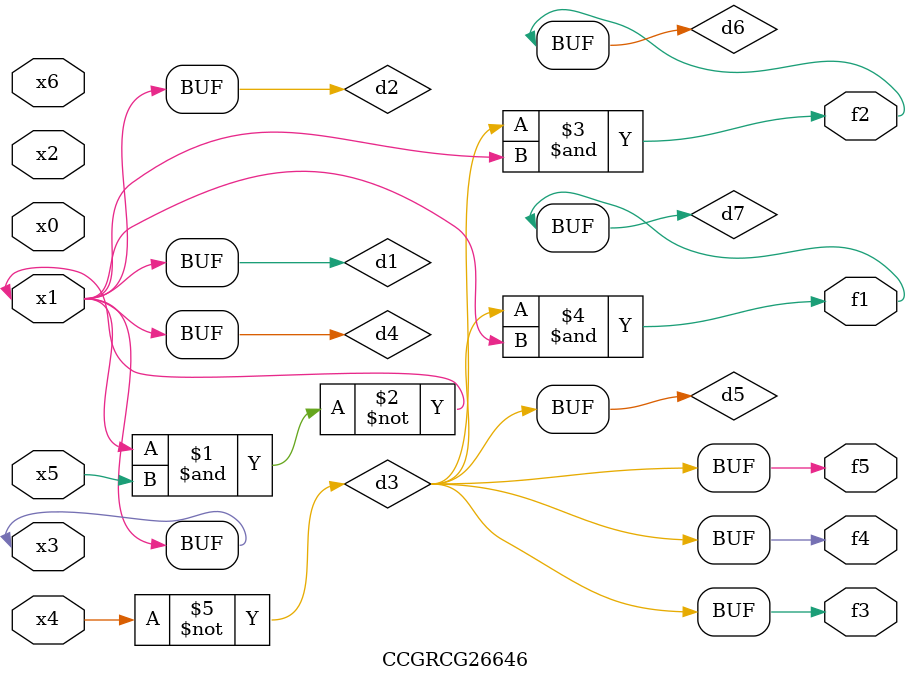
<source format=v>
module CCGRCG26646(
	input x0, x1, x2, x3, x4, x5, x6,
	output f1, f2, f3, f4, f5
);

	wire d1, d2, d3, d4, d5, d6, d7;

	buf (d1, x1, x3);
	nand (d2, x1, x5);
	not (d3, x4);
	buf (d4, d1, d2);
	buf (d5, d3);
	and (d6, d3, d4);
	and (d7, d3, d4);
	assign f1 = d7;
	assign f2 = d6;
	assign f3 = d5;
	assign f4 = d5;
	assign f5 = d5;
endmodule

</source>
